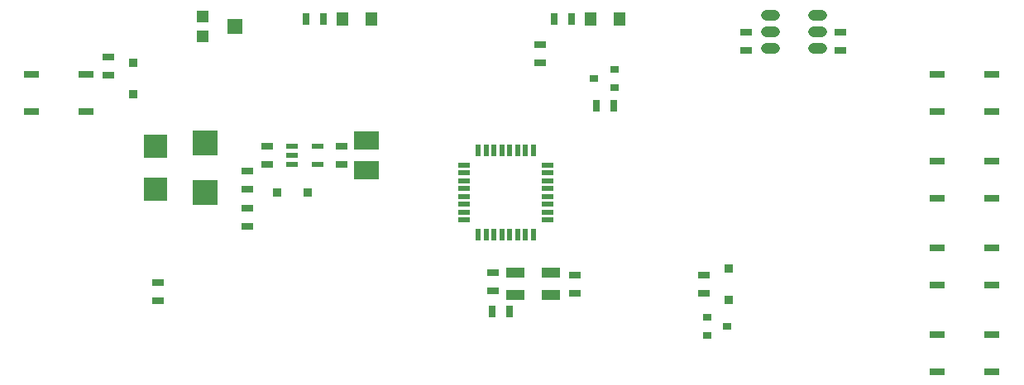
<source format=gtp>
G75*
%MOIN*%
%OFA0B0*%
%FSLAX25Y25*%
%IPPOS*%
%LPD*%
%AMOC8*
5,1,8,0,0,1.08239X$1,22.5*
%
%ADD10R,0.06000X0.03000*%
%ADD11R,0.02200X0.05000*%
%ADD12R,0.05000X0.02200*%
%ADD13R,0.04724X0.02165*%
%ADD14R,0.07480X0.04331*%
%ADD15R,0.03543X0.03150*%
%ADD16R,0.09449X0.09449*%
%ADD17R,0.04724X0.03150*%
%ADD18R,0.03150X0.04724*%
%ADD19R,0.03740X0.03543*%
%ADD20R,0.04724X0.05512*%
%ADD21R,0.03543X0.03740*%
%ADD22R,0.09843X0.10039*%
%ADD23R,0.09843X0.07677*%
%ADD24R,0.04700X0.04700*%
%ADD25R,0.05900X0.06300*%
%ADD26C,0.04331*%
D10*
X0029000Y0119300D03*
X0051000Y0119300D03*
X0051000Y0134300D03*
X0029000Y0134300D03*
X0394000Y0134300D03*
X0416000Y0134300D03*
X0416000Y0119300D03*
X0394000Y0119300D03*
X0394000Y0099300D03*
X0416000Y0099300D03*
X0416000Y0084300D03*
X0394000Y0084300D03*
X0394000Y0064300D03*
X0416000Y0064300D03*
X0416000Y0049300D03*
X0394000Y0049300D03*
X0394000Y0029300D03*
X0416000Y0029300D03*
X0416000Y0014300D03*
X0394000Y0014300D03*
D11*
X0231024Y0069900D03*
X0227874Y0069900D03*
X0224724Y0069900D03*
X0221575Y0069900D03*
X0218425Y0069900D03*
X0215276Y0069900D03*
X0212126Y0069900D03*
X0208976Y0069900D03*
X0208976Y0103700D03*
X0212126Y0103700D03*
X0215276Y0103700D03*
X0218425Y0103700D03*
X0221575Y0103700D03*
X0224724Y0103700D03*
X0227874Y0103700D03*
X0231024Y0103700D03*
D12*
X0236900Y0097824D03*
X0236900Y0094674D03*
X0236900Y0091524D03*
X0236900Y0088375D03*
X0236900Y0085225D03*
X0236900Y0082076D03*
X0236900Y0078926D03*
X0236900Y0075776D03*
X0203100Y0075776D03*
X0203100Y0078926D03*
X0203100Y0082076D03*
X0203100Y0085225D03*
X0203100Y0088375D03*
X0203100Y0091524D03*
X0203100Y0094674D03*
X0203100Y0097824D03*
D13*
X0144119Y0098060D03*
X0133881Y0098060D03*
X0133881Y0101800D03*
X0133881Y0105540D03*
X0144119Y0105540D03*
D14*
X0223717Y0054328D03*
X0238283Y0054328D03*
X0238283Y0045272D03*
X0223717Y0045272D03*
D15*
X0301063Y0036540D03*
X0309331Y0032800D03*
X0301063Y0029060D03*
X0263937Y0129060D03*
X0255669Y0132800D03*
X0263937Y0136540D03*
D16*
X0079000Y0105461D03*
X0079000Y0088139D03*
D17*
X0080000Y0043257D03*
X0080000Y0050343D03*
X0116000Y0073257D03*
X0116000Y0080343D03*
X0116000Y0088257D03*
X0116000Y0095343D03*
X0124000Y0098257D03*
X0124000Y0105343D03*
X0154000Y0105343D03*
X0154000Y0098257D03*
X0234000Y0139257D03*
X0234000Y0146343D03*
X0317000Y0144257D03*
X0317000Y0151343D03*
X0355000Y0151343D03*
X0355000Y0144257D03*
X0215000Y0054343D03*
X0215000Y0047257D03*
X0248000Y0046257D03*
X0248000Y0053343D03*
X0300000Y0053343D03*
X0300000Y0046257D03*
X0060000Y0134257D03*
X0060000Y0141343D03*
D18*
X0139457Y0156800D03*
X0146543Y0156800D03*
X0239457Y0156800D03*
X0246543Y0156800D03*
X0256457Y0121800D03*
X0263543Y0121800D03*
X0221543Y0038800D03*
X0214457Y0038800D03*
D19*
X0310000Y0043599D03*
X0310000Y0056001D03*
X0070000Y0126599D03*
X0070000Y0139001D03*
D20*
X0154094Y0156800D03*
X0165906Y0156800D03*
X0254094Y0156800D03*
X0265906Y0156800D03*
D21*
X0140201Y0086800D03*
X0127799Y0086800D03*
D22*
X0099000Y0086859D03*
X0099000Y0106741D03*
D23*
X0164000Y0107804D03*
X0164000Y0095796D03*
D24*
X0097950Y0149900D03*
X0097950Y0157700D03*
D25*
X0110750Y0153800D03*
D26*
X0324779Y0151800D02*
X0328323Y0151800D01*
X0328323Y0151800D01*
X0324779Y0151800D01*
X0324779Y0151800D01*
X0324779Y0145107D02*
X0328323Y0145107D01*
X0328323Y0145107D01*
X0324779Y0145107D01*
X0324779Y0145107D01*
X0343677Y0145107D02*
X0347221Y0145107D01*
X0347221Y0145107D01*
X0343677Y0145107D01*
X0343677Y0145107D01*
X0343677Y0151800D02*
X0347221Y0151800D01*
X0347221Y0151800D01*
X0343677Y0151800D01*
X0343677Y0151800D01*
X0343677Y0158493D02*
X0347221Y0158493D01*
X0347221Y0158493D01*
X0343677Y0158493D01*
X0343677Y0158493D01*
X0328323Y0158493D02*
X0324779Y0158493D01*
X0328323Y0158493D02*
X0328323Y0158493D01*
X0324779Y0158493D01*
X0324779Y0158493D01*
M02*

</source>
